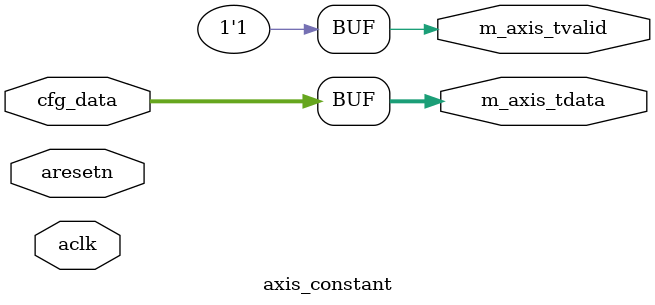
<source format=v>

`timescale 1 ns / 1 ps

module axis_constant #
(
  parameter integer AXIS_TDATA_WIDTH = 32
)
(
  // System signals
  input  wire                        aclk,
  input  wire                        aresetn,

  input  wire [AXIS_TDATA_WIDTH-1:0] cfg_data,

  // Master side
  output wire [AXIS_TDATA_WIDTH-1:0] m_axis_tdata,
  output wire                        m_axis_tvalid
);

  assign m_axis_tdata = cfg_data;
  assign m_axis_tvalid = 1'b1;

endmodule

</source>
